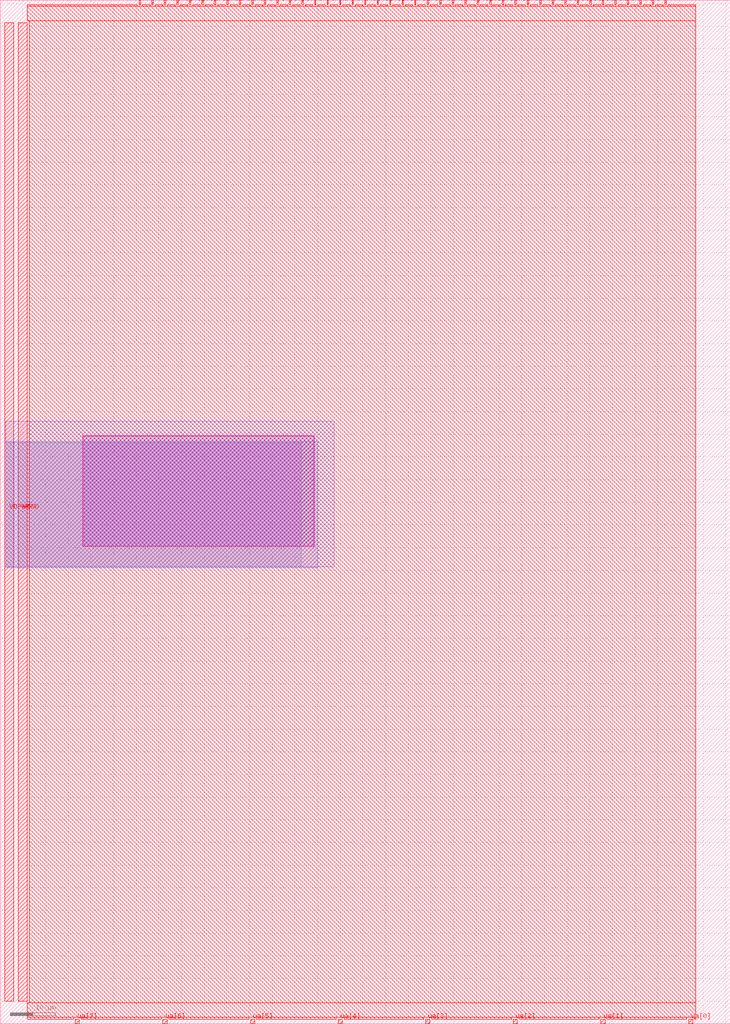
<source format=lef>
VERSION 5.7 ;
  NOWIREEXTENSIONATPIN ON ;
  DIVIDERCHAR "/" ;
  BUSBITCHARS "[]" ;
MACRO tt_um_DAC1
  CLASS BLOCK ;
  FOREIGN tt_um_DAC1 ;
  ORIGIN 0.000 0.000 ;
  SIZE 161.000 BY 225.760 ;
  PIN clk
    DIRECTION INPUT ;
    USE SIGNAL ;
    PORT
      LAYER met4 ;
        RECT 143.830 224.760 144.130 225.760 ;
    END
  END clk
  PIN ena
    DIRECTION INPUT ;
    USE SIGNAL ;
    PORT
      LAYER met4 ;
        RECT 146.590 224.760 146.890 225.760 ;
    END
  END ena
  PIN rst_n
    DIRECTION INPUT ;
    USE SIGNAL ;
    PORT
      LAYER met4 ;
        RECT 141.070 224.760 141.370 225.760 ;
    END
  END rst_n
  PIN ua[0]
    DIRECTION INOUT ;
    USE SIGNAL ;
    ANTENNADIFFAREA 4.760000 ;
    PORT
      LAYER met4 ;
        RECT 151.810 0.000 152.710 1.000 ;
    END
  END ua[0]
  PIN ua[1]
    DIRECTION INOUT ;
    USE SIGNAL ;
    PORT
      LAYER met4 ;
        RECT 132.490 0.000 133.390 1.000 ;
    END
  END ua[1]
  PIN ua[2]
    DIRECTION INOUT ;
    USE SIGNAL ;
    PORT
      LAYER met4 ;
        RECT 113.170 0.000 114.070 1.000 ;
    END
  END ua[2]
  PIN ua[3]
    DIRECTION INOUT ;
    USE SIGNAL ;
    PORT
      LAYER met4 ;
        RECT 93.850 0.000 94.750 1.000 ;
    END
  END ua[3]
  PIN ua[4]
    DIRECTION INOUT ;
    USE SIGNAL ;
    PORT
      LAYER met4 ;
        RECT 74.530 0.000 75.430 1.000 ;
    END
  END ua[4]
  PIN ua[5]
    DIRECTION INOUT ;
    USE SIGNAL ;
    PORT
      LAYER met4 ;
        RECT 55.210 0.000 56.110 1.000 ;
    END
  END ua[5]
  PIN ua[6]
    DIRECTION INOUT ;
    USE SIGNAL ;
    PORT
      LAYER met4 ;
        RECT 35.890 0.000 36.790 1.000 ;
    END
  END ua[6]
  PIN ua[7]
    DIRECTION INOUT ;
    USE SIGNAL ;
    PORT
      LAYER met4 ;
        RECT 16.570 0.000 17.470 1.000 ;
    END
  END ua[7]
  PIN ui_in[0]
    DIRECTION INPUT ;
    USE SIGNAL ;
    ANTENNAGATEAREA 1.080000 ;
    PORT
      LAYER met4 ;
        RECT 138.310 224.760 138.610 225.760 ;
    END
  END ui_in[0]
  PIN ui_in[1]
    DIRECTION INPUT ;
    USE SIGNAL ;
    ANTENNAGATEAREA 1.080000 ;
    PORT
      LAYER met4 ;
        RECT 135.550 224.760 135.850 225.760 ;
    END
  END ui_in[1]
  PIN ui_in[2]
    DIRECTION INPUT ;
    USE SIGNAL ;
    ANTENNAGATEAREA 1.080000 ;
    PORT
      LAYER met4 ;
        RECT 132.790 224.760 133.090 225.760 ;
    END
  END ui_in[2]
  PIN ui_in[3]
    DIRECTION INPUT ;
    USE SIGNAL ;
    ANTENNAGATEAREA 1.080000 ;
    PORT
      LAYER met4 ;
        RECT 130.030 224.760 130.330 225.760 ;
    END
  END ui_in[3]
  PIN ui_in[4]
    DIRECTION INPUT ;
    USE SIGNAL ;
    PORT
      LAYER met4 ;
        RECT 127.270 224.760 127.570 225.760 ;
    END
  END ui_in[4]
  PIN ui_in[5]
    DIRECTION INPUT ;
    USE SIGNAL ;
    PORT
      LAYER met4 ;
        RECT 124.510 224.760 124.810 225.760 ;
    END
  END ui_in[5]
  PIN ui_in[6]
    DIRECTION INPUT ;
    USE SIGNAL ;
    PORT
      LAYER met4 ;
        RECT 121.750 224.760 122.050 225.760 ;
    END
  END ui_in[6]
  PIN ui_in[7]
    DIRECTION INPUT ;
    USE SIGNAL ;
    PORT
      LAYER met4 ;
        RECT 118.990 224.760 119.290 225.760 ;
    END
  END ui_in[7]
  PIN uio_in[0]
    DIRECTION INPUT ;
    USE SIGNAL ;
    PORT
      LAYER met4 ;
        RECT 116.230 224.760 116.530 225.760 ;
    END
  END uio_in[0]
  PIN uio_in[1]
    DIRECTION INPUT ;
    USE SIGNAL ;
    PORT
      LAYER met4 ;
        RECT 113.470 224.760 113.770 225.760 ;
    END
  END uio_in[1]
  PIN uio_in[2]
    DIRECTION INPUT ;
    USE SIGNAL ;
    PORT
      LAYER met4 ;
        RECT 110.710 224.760 111.010 225.760 ;
    END
  END uio_in[2]
  PIN uio_in[3]
    DIRECTION INPUT ;
    USE SIGNAL ;
    PORT
      LAYER met4 ;
        RECT 107.950 224.760 108.250 225.760 ;
    END
  END uio_in[3]
  PIN uio_in[4]
    DIRECTION INPUT ;
    USE SIGNAL ;
    PORT
      LAYER met4 ;
        RECT 105.190 224.760 105.490 225.760 ;
    END
  END uio_in[4]
  PIN uio_in[5]
    DIRECTION INPUT ;
    USE SIGNAL ;
    PORT
      LAYER met4 ;
        RECT 102.430 224.760 102.730 225.760 ;
    END
  END uio_in[5]
  PIN uio_in[6]
    DIRECTION INPUT ;
    USE SIGNAL ;
    PORT
      LAYER met4 ;
        RECT 99.670 224.760 99.970 225.760 ;
    END
  END uio_in[6]
  PIN uio_in[7]
    DIRECTION INPUT ;
    USE SIGNAL ;
    PORT
      LAYER met4 ;
        RECT 96.910 224.760 97.210 225.760 ;
    END
  END uio_in[7]
  PIN uio_oe[0]
    DIRECTION OUTPUT ;
    USE SIGNAL ;
    ANTENNADIFFAREA 64.836502 ;
    PORT
      LAYER met4 ;
        RECT 49.990 224.760 50.290 225.760 ;
    END
  END uio_oe[0]
  PIN uio_oe[1]
    DIRECTION OUTPUT ;
    USE SIGNAL ;
    ANTENNADIFFAREA 64.836502 ;
    PORT
      LAYER met4 ;
        RECT 47.230 224.760 47.530 225.760 ;
    END
  END uio_oe[1]
  PIN uio_oe[2]
    DIRECTION OUTPUT ;
    USE SIGNAL ;
    ANTENNADIFFAREA 64.836502 ;
    PORT
      LAYER met4 ;
        RECT 44.470 224.760 44.770 225.760 ;
    END
  END uio_oe[2]
  PIN uio_oe[3]
    DIRECTION OUTPUT ;
    USE SIGNAL ;
    ANTENNADIFFAREA 64.836502 ;
    PORT
      LAYER met4 ;
        RECT 41.710 224.760 42.010 225.760 ;
    END
  END uio_oe[3]
  PIN uio_oe[4]
    DIRECTION OUTPUT ;
    USE SIGNAL ;
    ANTENNADIFFAREA 64.836502 ;
    PORT
      LAYER met4 ;
        RECT 38.950 224.760 39.250 225.760 ;
    END
  END uio_oe[4]
  PIN uio_oe[5]
    DIRECTION OUTPUT ;
    USE SIGNAL ;
    ANTENNADIFFAREA 64.836502 ;
    PORT
      LAYER met4 ;
        RECT 36.190 224.760 36.490 225.760 ;
    END
  END uio_oe[5]
  PIN uio_oe[6]
    DIRECTION OUTPUT ;
    USE SIGNAL ;
    ANTENNADIFFAREA 64.836502 ;
    PORT
      LAYER met4 ;
        RECT 33.430 224.760 33.730 225.760 ;
    END
  END uio_oe[6]
  PIN uio_oe[7]
    DIRECTION OUTPUT ;
    USE SIGNAL ;
    ANTENNADIFFAREA 64.836502 ;
    PORT
      LAYER met4 ;
        RECT 30.670 224.760 30.970 225.760 ;
    END
  END uio_oe[7]
  PIN uio_out[0]
    DIRECTION OUTPUT ;
    USE SIGNAL ;
    ANTENNADIFFAREA 64.836502 ;
    PORT
      LAYER met4 ;
        RECT 72.070 224.760 72.370 225.760 ;
    END
  END uio_out[0]
  PIN uio_out[1]
    DIRECTION OUTPUT ;
    USE SIGNAL ;
    ANTENNADIFFAREA 64.836502 ;
    PORT
      LAYER met4 ;
        RECT 69.310 224.760 69.610 225.760 ;
    END
  END uio_out[1]
  PIN uio_out[2]
    DIRECTION OUTPUT ;
    USE SIGNAL ;
    ANTENNADIFFAREA 64.836502 ;
    PORT
      LAYER met4 ;
        RECT 66.550 224.760 66.850 225.760 ;
    END
  END uio_out[2]
  PIN uio_out[3]
    DIRECTION OUTPUT ;
    USE SIGNAL ;
    ANTENNADIFFAREA 64.836502 ;
    PORT
      LAYER met4 ;
        RECT 63.790 224.760 64.090 225.760 ;
    END
  END uio_out[3]
  PIN uio_out[4]
    DIRECTION OUTPUT ;
    USE SIGNAL ;
    ANTENNADIFFAREA 64.836502 ;
    PORT
      LAYER met4 ;
        RECT 61.030 224.760 61.330 225.760 ;
    END
  END uio_out[4]
  PIN uio_out[5]
    DIRECTION OUTPUT ;
    USE SIGNAL ;
    ANTENNADIFFAREA 64.836502 ;
    PORT
      LAYER met4 ;
        RECT 58.270 224.760 58.570 225.760 ;
    END
  END uio_out[5]
  PIN uio_out[6]
    DIRECTION OUTPUT ;
    USE SIGNAL ;
    ANTENNADIFFAREA 64.836502 ;
    PORT
      LAYER met4 ;
        RECT 55.510 224.760 55.810 225.760 ;
    END
  END uio_out[6]
  PIN uio_out[7]
    DIRECTION OUTPUT ;
    USE SIGNAL ;
    ANTENNADIFFAREA 64.836502 ;
    PORT
      LAYER met4 ;
        RECT 52.750 224.760 53.050 225.760 ;
    END
  END uio_out[7]
  PIN uo_out[0]
    DIRECTION OUTPUT ;
    USE SIGNAL ;
    ANTENNADIFFAREA 64.836502 ;
    PORT
      LAYER met4 ;
        RECT 94.150 224.760 94.450 225.760 ;
    END
  END uo_out[0]
  PIN uo_out[1]
    DIRECTION OUTPUT ;
    USE SIGNAL ;
    ANTENNADIFFAREA 64.836502 ;
    PORT
      LAYER met4 ;
        RECT 91.390 224.760 91.690 225.760 ;
    END
  END uo_out[1]
  PIN uo_out[2]
    DIRECTION OUTPUT ;
    USE SIGNAL ;
    ANTENNADIFFAREA 64.836502 ;
    PORT
      LAYER met4 ;
        RECT 88.630 224.760 88.930 225.760 ;
    END
  END uo_out[2]
  PIN uo_out[3]
    DIRECTION OUTPUT ;
    USE SIGNAL ;
    ANTENNADIFFAREA 64.836502 ;
    PORT
      LAYER met4 ;
        RECT 85.870 224.760 86.170 225.760 ;
    END
  END uo_out[3]
  PIN uo_out[4]
    DIRECTION OUTPUT ;
    USE SIGNAL ;
    ANTENNADIFFAREA 64.836502 ;
    PORT
      LAYER met4 ;
        RECT 83.110 224.760 83.410 225.760 ;
    END
  END uo_out[4]
  PIN uo_out[5]
    DIRECTION OUTPUT ;
    USE SIGNAL ;
    ANTENNADIFFAREA 64.836502 ;
    PORT
      LAYER met4 ;
        RECT 80.350 224.760 80.650 225.760 ;
    END
  END uo_out[5]
  PIN uo_out[6]
    DIRECTION OUTPUT ;
    USE SIGNAL ;
    ANTENNADIFFAREA 64.836502 ;
    PORT
      LAYER met4 ;
        RECT 77.590 224.760 77.890 225.760 ;
    END
  END uo_out[6]
  PIN uo_out[7]
    DIRECTION OUTPUT ;
    USE SIGNAL ;
    ANTENNADIFFAREA 64.836502 ;
    PORT
      LAYER met4 ;
        RECT 74.830 224.760 75.130 225.760 ;
    END
  END uo_out[7]
  PIN VDPWR
    DIRECTION INOUT ;
    USE POWER ;
    PORT
      LAYER met4 ;
        RECT 1.000 5.000 3.000 220.760 ;
    END
  END VDPWR
  PIN VGND
    DIRECTION INOUT ;
    USE GROUND ;
    PORT
      LAYER met4 ;
        RECT 4.000 5.000 6.000 220.760 ;
    END
  END VGND
  OBS
      LAYER nwell ;
        RECT 18.190 105.360 69.300 129.720 ;
      LAYER li1 ;
        RECT 18.370 105.360 69.120 129.540 ;
      LAYER met1 ;
        RECT 1.170 100.840 73.635 132.900 ;
      LAYER met2 ;
        RECT 1.220 100.540 70.040 128.380 ;
      LAYER met3 ;
        RECT 1.170 100.565 66.360 128.165 ;
      LAYER met4 ;
        RECT 6.000 224.360 30.270 224.760 ;
        RECT 31.370 224.360 33.030 224.760 ;
        RECT 34.130 224.360 35.790 224.760 ;
        RECT 36.890 224.360 38.550 224.760 ;
        RECT 39.650 224.360 41.310 224.760 ;
        RECT 42.410 224.360 44.070 224.760 ;
        RECT 45.170 224.360 46.830 224.760 ;
        RECT 47.930 224.360 49.590 224.760 ;
        RECT 50.690 224.360 52.350 224.760 ;
        RECT 53.450 224.360 55.110 224.760 ;
        RECT 56.210 224.360 57.870 224.760 ;
        RECT 58.970 224.360 60.630 224.760 ;
        RECT 61.730 224.360 63.390 224.760 ;
        RECT 64.490 224.360 66.150 224.760 ;
        RECT 67.250 224.360 68.910 224.760 ;
        RECT 70.010 224.360 71.670 224.760 ;
        RECT 72.770 224.360 74.430 224.760 ;
        RECT 75.530 224.360 77.190 224.760 ;
        RECT 78.290 224.360 79.950 224.760 ;
        RECT 81.050 224.360 82.710 224.760 ;
        RECT 83.810 224.360 85.470 224.760 ;
        RECT 86.570 224.360 88.230 224.760 ;
        RECT 89.330 224.360 90.990 224.760 ;
        RECT 92.090 224.360 93.750 224.760 ;
        RECT 94.850 224.360 96.510 224.760 ;
        RECT 97.610 224.360 99.270 224.760 ;
        RECT 100.370 224.360 102.030 224.760 ;
        RECT 103.130 224.360 104.790 224.760 ;
        RECT 105.890 224.360 107.550 224.760 ;
        RECT 108.650 224.360 110.310 224.760 ;
        RECT 111.410 224.360 113.070 224.760 ;
        RECT 114.170 224.360 115.830 224.760 ;
        RECT 116.930 224.360 118.590 224.760 ;
        RECT 119.690 224.360 121.350 224.760 ;
        RECT 122.450 224.360 124.110 224.760 ;
        RECT 125.210 224.360 126.870 224.760 ;
        RECT 127.970 224.360 129.630 224.760 ;
        RECT 130.730 224.360 132.390 224.760 ;
        RECT 133.490 224.360 135.150 224.760 ;
        RECT 136.250 224.360 137.910 224.760 ;
        RECT 139.010 224.360 140.670 224.760 ;
        RECT 141.770 224.360 143.430 224.760 ;
        RECT 144.530 224.360 146.190 224.760 ;
        RECT 147.290 224.360 153.410 224.760 ;
        RECT 6.000 221.160 153.410 224.360 ;
        RECT 6.400 4.600 153.410 221.160 ;
        RECT 6.000 1.400 153.410 4.600 ;
        RECT 6.000 1.000 16.170 1.400 ;
        RECT 17.870 1.000 35.490 1.400 ;
        RECT 37.190 1.000 54.810 1.400 ;
        RECT 56.510 1.000 74.130 1.400 ;
        RECT 75.830 1.000 93.450 1.400 ;
        RECT 95.150 1.000 112.770 1.400 ;
        RECT 114.470 1.000 132.090 1.400 ;
        RECT 133.790 1.000 151.410 1.400 ;
        RECT 153.110 1.000 153.410 1.400 ;
  END
END tt_um_DAC1
END LIBRARY


</source>
